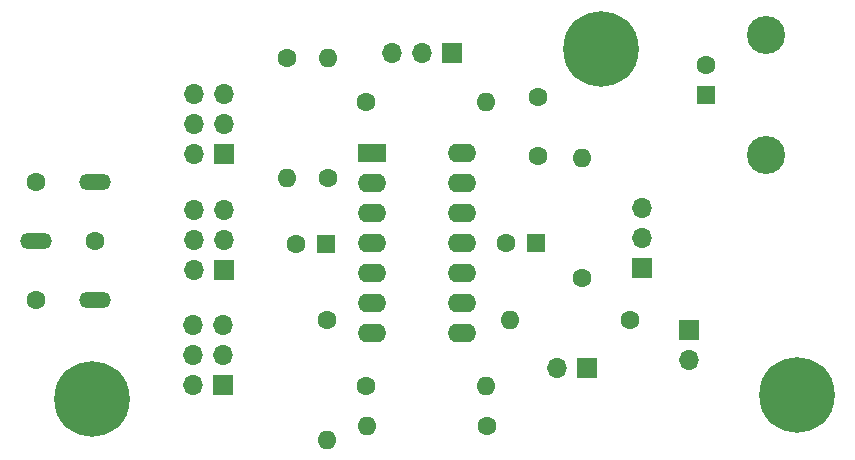
<source format=gbr>
%TF.GenerationSoftware,KiCad,Pcbnew,8.0.2*%
%TF.CreationDate,2024-06-03T18:04:33-06:00*%
%TF.ProjectId,2024_ECG_FinalProject,32303234-5f45-4434-975f-46696e616c50,rev?*%
%TF.SameCoordinates,Original*%
%TF.FileFunction,Soldermask,Top*%
%TF.FilePolarity,Negative*%
%FSLAX46Y46*%
G04 Gerber Fmt 4.6, Leading zero omitted, Abs format (unit mm)*
G04 Created by KiCad (PCBNEW 8.0.2) date 2024-06-03 18:04:33*
%MOMM*%
%LPD*%
G01*
G04 APERTURE LIST*
G04 Aperture macros list*
%AMRoundRect*
0 Rectangle with rounded corners*
0 $1 Rounding radius*
0 $2 $3 $4 $5 $6 $7 $8 $9 X,Y pos of 4 corners*
0 Add a 4 corners polygon primitive as box body*
4,1,4,$2,$3,$4,$5,$6,$7,$8,$9,$2,$3,0*
0 Add four circle primitives for the rounded corners*
1,1,$1+$1,$2,$3*
1,1,$1+$1,$4,$5*
1,1,$1+$1,$6,$7*
1,1,$1+$1,$8,$9*
0 Add four rect primitives between the rounded corners*
20,1,$1+$1,$2,$3,$4,$5,0*
20,1,$1+$1,$4,$5,$6,$7,0*
20,1,$1+$1,$6,$7,$8,$9,0*
20,1,$1+$1,$8,$9,$2,$3,0*%
G04 Aperture macros list end*
%ADD10R,1.700000X1.700000*%
%ADD11O,1.700000X1.700000*%
%ADD12C,6.400000*%
%ADD13RoundRect,0.102000X0.699000X0.699000X-0.699000X0.699000X-0.699000X-0.699000X0.699000X-0.699000X0*%
%ADD14C,1.602000*%
%ADD15C,3.219000*%
%ADD16R,2.400000X1.600000*%
%ADD17O,2.400000X1.600000*%
%ADD18C,1.600000*%
%ADD19O,1.600000X1.600000*%
%ADD20R,1.600000X1.600000*%
%ADD21O,2.700000X1.350000*%
G04 APERTURE END LIST*
D10*
%TO.C,J8*%
X134955200Y-86029800D03*
D11*
X132415200Y-86029800D03*
%TD*%
D12*
%TO.C,H3*%
X93091000Y-88646000D03*
%TD*%
D13*
%TO.C,J6*%
X145032500Y-62915800D03*
D14*
X145032500Y-60375800D03*
D15*
X150112500Y-57835800D03*
X150112500Y-67995800D03*
%TD*%
D10*
%TO.C,J5*%
X104195800Y-87513400D03*
D11*
X101655800Y-87513400D03*
X104195800Y-84973400D03*
X101655800Y-84973400D03*
X104195800Y-82433400D03*
X101655800Y-82433400D03*
%TD*%
D16*
%TO.C,U1*%
X116763800Y-67843400D03*
D17*
X116763800Y-70383400D03*
X116763800Y-72923400D03*
X116763800Y-75463400D03*
X116763800Y-78003400D03*
X116763800Y-80543400D03*
X116763800Y-83083400D03*
X124383800Y-83083400D03*
X124383800Y-80543400D03*
X124383800Y-78003400D03*
X124383800Y-75463400D03*
X124383800Y-72923400D03*
X124383800Y-70383400D03*
X124383800Y-67843400D03*
%TD*%
D18*
%TO.C,R2*%
X116281200Y-63500000D03*
D19*
X126441200Y-63500000D03*
%TD*%
D10*
%TO.C,J1*%
X139623800Y-77546200D03*
D11*
X139623800Y-75006200D03*
X139623800Y-72466200D03*
%TD*%
D12*
%TO.C,H1*%
X152806400Y-88315800D03*
%TD*%
D10*
%TO.C,J7*%
X123571000Y-59385200D03*
D11*
X121031000Y-59385200D03*
X118491000Y-59385200D03*
%TD*%
D10*
%TO.C,J2*%
X143662400Y-82824400D03*
D11*
X143662400Y-85364400D03*
%TD*%
D20*
%TO.C,C3*%
X130668913Y-75438000D03*
D18*
X128168913Y-75438000D03*
%TD*%
%TO.C,J9*%
X88370400Y-70289400D03*
X88370400Y-80289400D03*
X93370400Y-75289400D03*
D21*
X93370400Y-70289400D03*
X88370400Y-75289400D03*
X93370400Y-80289400D03*
%TD*%
D18*
%TO.C,C1*%
X130810000Y-68119000D03*
X130810000Y-63119000D03*
%TD*%
%TO.C,R5*%
X113004600Y-81940400D03*
D19*
X113004600Y-92100400D03*
%TD*%
D18*
%TO.C,R1*%
X109626400Y-59817000D03*
D19*
X109626400Y-69977000D03*
%TD*%
D20*
%TO.C,C2*%
X112863513Y-75514200D03*
D18*
X110363513Y-75514200D03*
%TD*%
%TO.C,R6*%
X126492000Y-90982800D03*
D19*
X116332000Y-90982800D03*
%TD*%
D10*
%TO.C,J3*%
X104246600Y-77734400D03*
D11*
X101706600Y-77734400D03*
X104246600Y-75194400D03*
X101706600Y-75194400D03*
X104246600Y-72654400D03*
X101706600Y-72654400D03*
%TD*%
D10*
%TO.C,J4*%
X104246600Y-67904600D03*
D11*
X101706600Y-67904600D03*
X104246600Y-65364600D03*
X101706600Y-65364600D03*
X104246600Y-62824600D03*
X101706600Y-62824600D03*
%TD*%
D18*
%TO.C,R4*%
X113030000Y-69977000D03*
D19*
X113030000Y-59817000D03*
%TD*%
D18*
%TO.C,R8*%
X134569200Y-78384400D03*
D19*
X134569200Y-68224400D03*
%TD*%
D12*
%TO.C,H2*%
X136220200Y-59004200D03*
%TD*%
D18*
%TO.C,R7*%
X138633200Y-81965800D03*
D19*
X128473200Y-81965800D03*
%TD*%
D18*
%TO.C,R3*%
X116306600Y-87528400D03*
D19*
X126466600Y-87528400D03*
%TD*%
M02*

</source>
